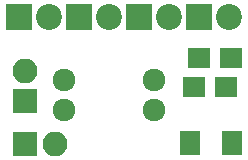
<source format=gts>
G04 #@! TF.FileFunction,Soldermask,Top*
%FSLAX46Y46*%
G04 Gerber Fmt 4.6, Leading zero omitted, Abs format (unit mm)*
G04 Created by KiCad (PCBNEW 4.0.6) date 2017 September 13, Wednesday 11:36:20*
%MOMM*%
%LPD*%
G01*
G04 APERTURE LIST*
%ADD10C,0.100000*%
%ADD11R,1.900000X1.700000*%
%ADD12C,1.924000*%
%ADD13R,2.200000X2.200000*%
%ADD14C,2.200000*%
%ADD15R,1.700000X2.100000*%
%ADD16R,2.100000X2.100000*%
%ADD17O,2.100000X2.100000*%
G04 APERTURE END LIST*
D10*
D11*
X168350000Y-101100000D03*
X171050000Y-101100000D03*
D12*
X157353000Y-100457000D03*
X157353000Y-102997000D03*
X164973000Y-100457000D03*
X164973000Y-102997000D03*
D11*
X168779200Y-98653600D03*
X171479200Y-98653600D03*
D13*
X158623000Y-95123000D03*
D14*
X161163000Y-95123000D03*
D13*
X163703000Y-95123000D03*
D14*
X166243000Y-95123000D03*
D13*
X168783000Y-95123000D03*
D14*
X171323000Y-95123000D03*
D13*
X153543000Y-95123000D03*
D14*
X156083000Y-95123000D03*
D15*
X171549000Y-105791000D03*
X168049000Y-105791000D03*
D16*
X154051000Y-105892600D03*
D17*
X156591000Y-105892600D03*
D16*
X154051000Y-102235000D03*
D17*
X154051000Y-99695000D03*
M02*

</source>
